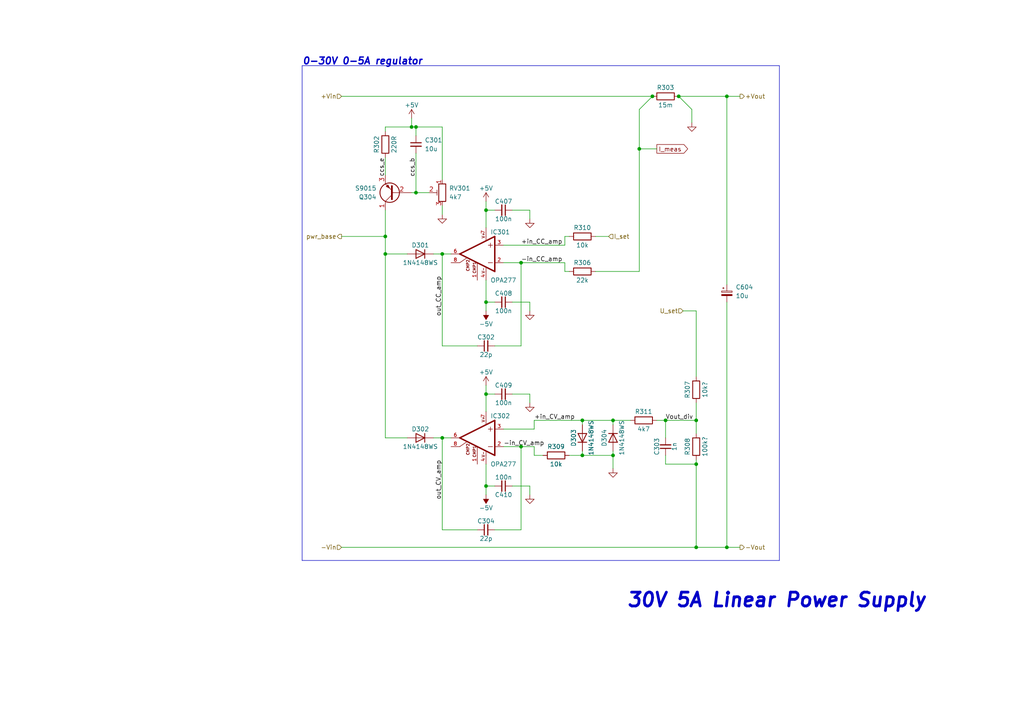
<source format=kicad_sch>
(kicad_sch (version 20231120) (generator "eeschema") (generator_version "8.0")
  (paper "A4")
  (lib_symbols
    (symbol "Device:C_Polarized_Small" (pin_numbers hide) (pin_names (offset 0.254) hide)
      (property "Reference" "C" (at 0.254 1.778 0))
      (property "Value" "C_Polarized_Small" (at 0.254 -2.032 0))
      (symbol "C_Polarized_Small_0_1"
        (rectangle (start -1.524 -0.3048) (end 1.524 -0.6858) (fill (type outline)))
        (rectangle (start -1.524 0.6858) (end 1.524 0.3048))
        (polyline (pts (xy -1.27 1.524) (xy -0.762 1.524)))
        (polyline (pts (xy -1.016 1.27) (xy -1.016 1.778)))
      )
      (symbol "C_Polarized_Small_1_1"
        (pin passive line (at 0 2.54 270) (length 1.8542) (name "~") (number "1"))
        (pin passive line (at 0 -2.54 90) (length 1.8542) (name "~") (number "2"))
      )
    )
    (symbol "Device:C_Small" (pin_numbers hide) (pin_names (offset 0.254) hide)
      (property "Reference" "C" (at 0.254 1.778 0))
      (property "Value" "C_Small" (at 0.254 -2.032 0))
      (symbol "C_Small_0_1"
        (polyline (pts (xy -1.524 -0.508) (xy 1.524 -0.508)) (stroke (width 0.3302)))
        (polyline (pts (xy -1.524 0.508) (xy 1.524 0.508)) (stroke (width 0.3048)))
      )
      (symbol "C_Small_1_1"
        (pin passive line (at 0 2.54 270) (length 2.032) (name "~") (number "1"))
        (pin passive line (at 0 -2.54 90) (length 2.032) (name "~") (number "2"))
      )
    )
    (symbol "Device:R" (pin_numbers hide) (pin_names (offset 0))
      (property "Reference" "R" (at 2.032 0 90))
      (property "Value" "R" (at 0 0 90))
      (symbol "R_0_1"
        (rectangle (start -1.016 -2.54) (end 1.016 2.54) (stroke (width 0.254)))
      )
      (symbol "R_1_1"
        (pin passive line (at 0 3.81 270) (length 1.27) (name "~") (number "1"))
        (pin passive line (at 0 -3.81 90) (length 1.27) (name "~") (number "2"))
      )
    )
    (symbol "Device:R_Potentiometer_Trim" (pin_names (offset 1.016) hide)
      (property "Reference" "RV" (at -4.445 0 90))
      (property "Value" "R_Potentiometer_Trim" (at -2.54 0 90))
      (symbol "R_Potentiometer_Trim_0_1"
        (polyline (pts (xy 1.524 0.762) (xy 1.524 -0.762)))
        (polyline (pts (xy 2.54 0) (xy 1.524 0)))
        (rectangle (start 1.016 2.54) (end -1.016 -2.54) (stroke (width 0.254)))
      )
      (symbol "R_Potentiometer_Trim_1_1"
        (pin passive line (at 0 3.81 270) (length 1.27) (name "1") (number "1"))
        (pin passive line (at 3.81 0 180) (length 1.27) (name "2") (number "2"))
        (pin passive line (at 0 -3.81 90) (length 1.27) (name "3") (number "3"))
      )
    )
    (symbol "Diode:1N4148WS" (pin_numbers hide) (pin_names hide)
      (property "Reference" "D" (at 0 2.54 0))
      (property "Value" "1N4148WS" (at 0 -2.54 0))
      (symbol "1N4148WS_0_1"
        (polyline (pts (xy -1.27 1.27) (xy -1.27 -1.27)) (stroke (width 0.254)))
        (polyline (pts (xy 1.27 0) (xy -1.27 0)))
        (polyline (pts (xy 1.27 1.27) (xy 1.27 -1.27) (xy -1.27 0) (xy 1.27 1.27)) (stroke (width 0.254)))
      )
      (symbol "1N4148WS_1_1"
        (pin passive line (at -3.81 0 0) (length 2.54) (name "K") (number "1"))
        (pin passive line (at 3.81 0 180) (length 2.54) (name "A") (number "2"))
      )
    )
    (symbol "OPA277:OPA277" (pin_names (offset 1.016))
      (property "Reference" "IC" (at 2.54 3.175 0))
      (property "Value" "OPA277" (at 2.54 -7.62 0))
      (symbol "OPA277_0_0"
        (polyline (pts (xy -5.08 -5.08) (xy 5.08 0)) (stroke (width 0.4064)))
        (polyline (pts (xy -5.08 5.08) (xy -5.08 -5.08)) (stroke (width 0.4064)))
        (polyline (pts (xy -4.445 -2.54) (xy -3.175 -2.54)) (stroke (width 0.1524)))
        (polyline (pts (xy -4.445 2.54) (xy -3.175 2.54)) (stroke (width 0.1524)))
        (polyline (pts (xy -3.81 3.175) (xy -3.81 1.905)) (stroke (width 0.1524)))
        (polyline (pts (xy -2.54 -3.8862) (xy -2.54 -5.08)) (stroke (width 0.1524)))
        (polyline (pts (xy -2.54 5.08) (xy -2.54 3.8862)) (stroke (width 0.1524)))
        (polyline (pts (xy 0 -2.6162) (xy 0 -5.08)) (stroke (width 0.1524)))
        (polyline (pts (xy 5.08 -2.54) (xy 3.0226 -1.1176)) (stroke (width 0.1524)))
        (polyline (pts (xy 5.08 0) (xy -5.08 5.08)) (stroke (width 0.4064)))
        (text "CMP1" (at 1.27 -5.715 900) (effects (font (size 0.8128 0.8128)) (justify left bottom)))
        (text "CMP2" (at 3.175 -5.08 900) (effects (font (size 0.8128 0.8128)) (justify left bottom)))
        (text "V+" (at -1.27 4.445 900) (effects (font (size 0.8128 0.8128)) (justify left bottom)))
        (text "V-" (at -1.27 -5.715 900) (effects (font (size 0.8128 0.8128)) (justify left bottom)))
        (pin passive line (at 0 -7.62 90) (length 2.54) (name "~") (number "1"))
        (pin input line (at -7.62 -2.54 0) (length 2.54) (name "~") (number "2"))
        (pin input line (at -7.62 2.54 0) (length 2.54) (name "~") (number "3"))
        (pin power_in line (at -2.54 -7.62 90) (length 2.54) (name "~") (number "4"))
        (pin output line (at 7.62 0 180) (length 2.54) (name "~") (number "6"))
        (pin power_in line (at -2.54 7.62 270) (length 2.54) (name "~") (number "7"))
        (pin passive line (at 7.62 -2.54 180) (length 2.54) (name "~") (number "8"))
      )
    )
    (symbol "Transistor_BJT:BC557" (pin_names (offset 0) hide)
      (property "Reference" "Q" (at 5.08 1.905 0))
      (property "Value" "BC557" (at 5.08 0 0))
      (symbol "BC557_0_1"
        (polyline (pts (xy 0.635 0.635) (xy 2.54 2.54)))
        (polyline (pts (xy 0.635 -0.635) (xy 2.54 -2.54) (xy 2.54 -2.54)))
        (polyline (pts (xy 0.635 1.905) (xy 0.635 -1.905) (xy 0.635 -1.905)) (stroke (width 0.508)))
        (polyline (pts (xy 2.286 -1.778) (xy 1.778 -2.286) (xy 1.27 -1.27) (xy 2.286 -1.778) (xy 2.286 -1.778)) (fill (type outline)))
        (circle (center 1.27 0) (radius 2.8194) (stroke (width 0.254)))
      )
      (symbol "BC557_1_1"
        (pin passive line (at 2.54 5.08 270) (length 2.54) (name "C") (number "1"))
        (pin input line (at -5.08 0 0) (length 5.715) (name "B") (number "2"))
        (pin passive line (at 2.54 -5.08 90) (length 2.54) (name "E") (number "3"))
      )
    )
    (symbol "power:+5V" (power) (pin_names (offset 0))
      (property "Value" "+5V" (at 0 3.556 0))
      (symbol "+5V_0_1"
        (polyline (pts (xy -0.762 1.27) (xy 0 2.54)))
        (polyline (pts (xy 0 0) (xy 0 2.54)))
        (polyline (pts (xy 0 2.54) (xy 0.762 1.27)))
      )
      (symbol "+5V_1_1"
        (pin power_in line (at 0 0 90) (length 0) hide (name "+5V") (number "1"))
      )
    )
    (symbol "power:-5V" (power) (pin_names (offset 0))
      (property "Value" "-5V" (at 0 3.81 0))
      (symbol "-5V_0_0"
        (pin power_in line (at 0 0 90) (length 0) hide (name "-5V") (number "1"))
      )
      (symbol "-5V_0_1"
        (polyline (pts (xy 0 0) (xy 0 1.27) (xy 0.762 1.27) (xy 0 2.54) (xy -0.762 1.27) (xy 0 1.27)) (fill (type outline)))
      )
    )
    (symbol "power:GND" (power) (pin_names (offset 0))
      (property "Value" "GND" (at 0 -3.81 0))
      (symbol "GND_0_1"
        (polyline (pts (xy 0 0) (xy 0 -1.27) (xy 1.27 -1.27) (xy 0 -2.54) (xy -1.27 -1.27) (xy 0 -1.27)))
      )
      (symbol "GND_1_1"
        (pin power_in line (at 0 0 270) (length 0) hide (name "GND") (number "1"))
      )
    )
  )
  (junction (at 120.65 55.88))
  (junction (at 151.13 129.54))
  (junction (at 189.23 27.94))
  (junction (at 128.27 127))
  (junction (at 120.65 36.83))
  (junction (at 128.27 73.66))
  (junction (at 140.97 140.97))
  (junction (at 196.85 27.94))
  (junction (at 151.13 76.2))
  (junction (at 111.76 68.58))
  (junction (at 185.42 43.18))
  (junction (at 140.97 114.3))
  (junction (at 201.93 121.92))
  (junction (at 177.8 132.08))
  (junction (at 168.91 132.08))
  (junction (at 210.82 158.75))
  (junction (at 210.82 27.94))
  (junction (at 111.76 73.66))
  (junction (at 119.38 36.83))
  (junction (at 201.93 158.75))
  (junction (at 168.91 121.92))
  (junction (at 140.97 60.96))
  (junction (at 177.8 121.92))
  (junction (at 201.93 134.62))
  (junction (at 193.04 121.92))
  (junction (at 140.97 87.63))
  (wire (pts (xy 120.65 55.88) (xy 124.46 55.88)))
  (wire (pts (xy 172.72 78.74) (xy 185.42 78.74)))
  (wire (pts (xy 151.13 76.2) (xy 163.83 76.2)))
  (wire (pts (xy 210.82 87.63) (xy 210.82 158.75)))
  (wire (pts (xy 185.42 31.75) (xy 185.42 43.18)))
  (wire (pts (xy 153.67 87.63) (xy 153.67 90.17)))
  (wire (pts (xy 140.97 58.42) (xy 140.97 60.96)))
  (wire (pts (xy 111.76 45.72) (xy 111.76 50.8)))
  (wire (pts (xy 172.72 68.58) (xy 176.53 68.58)))
  (wire (pts (xy 177.8 121.92) (xy 177.8 123.19)))
  (wire (pts (xy 154.94 124.46) (xy 154.94 121.92)))
  (wire (pts (xy 151.13 76.2) (xy 146.05 76.2)))
  (wire (pts (xy 168.91 121.92) (xy 177.8 121.92)))
  (wire (pts (xy 138.43 100.33) (xy 128.27 100.33)))
  (wire (pts (xy 201.93 133.35) (xy 201.93 134.62)))
  (wire (pts (xy 190.5 121.92) (xy 193.04 121.92)))
  (wire (pts (xy 210.82 82.55) (xy 210.82 27.94)))
  (wire (pts (xy 138.43 153.67) (xy 128.27 153.67)))
  (wire (pts (xy 140.97 140.97) (xy 143.51 140.97)))
  (wire (pts (xy 177.8 132.08) (xy 177.8 135.89)))
  (wire (pts (xy 193.04 121.92) (xy 193.04 127)))
  (wire (pts (xy 120.65 36.83) (xy 128.27 36.83)))
  (wire (pts (xy 140.97 81.28) (xy 140.97 87.63)))
  (wire (pts (xy 168.91 130.81) (xy 168.91 132.08)))
  (wire (pts (xy 201.93 116.84) (xy 201.93 121.92)))
  (wire (pts (xy 154.94 132.08) (xy 157.48 132.08)))
  (wire (pts (xy 168.91 121.92) (xy 168.91 123.19)))
  (wire (pts (xy 153.67 60.96) (xy 153.67 63.5)))
  (wire (pts (xy 154.94 121.92) (xy 168.91 121.92)))
  (wire (pts (xy 146.05 129.54) (xy 151.13 129.54)))
  (wire (pts (xy 119.38 34.29) (xy 119.38 36.83)))
  (wire (pts (xy 193.04 121.92) (xy 201.93 121.92)))
  (wire (pts (xy 210.82 158.75) (xy 201.93 158.75)))
  (wire (pts (xy 111.76 60.96) (xy 111.76 68.58)))
  (wire (pts (xy 165.1 68.58) (xy 163.83 68.58)))
  (wire (pts (xy 165.1 132.08) (xy 168.91 132.08)))
  (wire (pts (xy 125.73 127) (xy 128.27 127)))
  (wire (pts (xy 151.13 129.54) (xy 151.13 153.67)))
  (wire (pts (xy 201.93 121.92) (xy 201.93 125.73)))
  (polyline (pts (xy 87.63 162.56) (xy 226.06 162.56)))
  (wire (pts (xy 128.27 62.23) (xy 128.27 59.69)))
  (wire (pts (xy 125.73 73.66) (xy 128.27 73.66)))
  (wire (pts (xy 119.38 55.88) (xy 120.65 55.88)))
  (wire (pts (xy 128.27 36.83) (xy 128.27 52.07)))
  (wire (pts (xy 163.83 68.58) (xy 163.83 71.12)))
  (wire (pts (xy 111.76 38.1) (xy 111.76 36.83)))
  (wire (pts (xy 99.06 68.58) (xy 111.76 68.58)))
  (wire (pts (xy 165.1 78.74) (xy 163.83 78.74)))
  (wire (pts (xy 148.59 140.97) (xy 153.67 140.97)))
  (wire (pts (xy 198.12 90.17) (xy 201.93 90.17)))
  (wire (pts (xy 128.27 73.66) (xy 130.81 73.66)))
  (wire (pts (xy 140.97 87.63) (xy 140.97 90.17)))
  (wire (pts (xy 111.76 73.66) (xy 118.11 73.66)))
  (wire (pts (xy 140.97 60.96) (xy 143.51 60.96)))
  (wire (pts (xy 163.83 78.74) (xy 163.83 76.2)))
  (wire (pts (xy 120.65 44.45) (xy 120.65 55.88)))
  (wire (pts (xy 201.93 90.17) (xy 201.93 109.22)))
  (wire (pts (xy 111.76 127) (xy 118.11 127)))
  (wire (pts (xy 151.13 129.54) (xy 154.94 129.54)))
  (wire (pts (xy 140.97 114.3) (xy 143.51 114.3)))
  (wire (pts (xy 168.91 132.08) (xy 177.8 132.08)))
  (wire (pts (xy 111.76 73.66) (xy 111.76 127)))
  (wire (pts (xy 153.67 114.3) (xy 153.67 116.84)))
  (wire (pts (xy 151.13 100.33) (xy 151.13 76.2)))
  (wire (pts (xy 154.94 129.54) (xy 154.94 132.08)))
  (wire (pts (xy 128.27 127) (xy 130.81 127)))
  (wire (pts (xy 143.51 153.67) (xy 151.13 153.67)))
  (wire (pts (xy 214.63 158.75) (xy 210.82 158.75)))
  (wire (pts (xy 193.04 132.08) (xy 193.04 134.62)))
  (polyline (pts (xy 226.06 162.56) (xy 226.06 19.05)))
  (wire (pts (xy 140.97 134.62) (xy 140.97 140.97)))
  (wire (pts (xy 185.42 43.18) (xy 185.42 78.74)))
  (wire (pts (xy 196.85 27.94) (xy 200.66 31.75)))
  (wire (pts (xy 140.97 87.63) (xy 143.51 87.63)))
  (wire (pts (xy 177.8 130.81) (xy 177.8 132.08)))
  (wire (pts (xy 111.76 36.83) (xy 119.38 36.83)))
  (wire (pts (xy 140.97 140.97) (xy 140.97 143.51)))
  (wire (pts (xy 201.93 158.75) (xy 99.06 158.75)))
  (wire (pts (xy 177.8 121.92) (xy 182.88 121.92)))
  (wire (pts (xy 201.93 134.62) (xy 201.93 158.75)))
  (wire (pts (xy 148.59 60.96) (xy 153.67 60.96)))
  (polyline (pts (xy 226.06 19.05) (xy 87.63 19.05)))
  (wire (pts (xy 140.97 111.76) (xy 140.97 114.3)))
  (wire (pts (xy 148.59 114.3) (xy 153.67 114.3)))
  (wire (pts (xy 128.27 100.33) (xy 128.27 73.66)))
  (polyline (pts (xy 87.63 19.05) (xy 87.63 162.56)))
  (wire (pts (xy 99.06 27.94) (xy 189.23 27.94)))
  (wire (pts (xy 146.05 124.46) (xy 154.94 124.46)))
  (wire (pts (xy 153.67 140.97) (xy 153.67 143.51)))
  (wire (pts (xy 119.38 36.83) (xy 120.65 36.83)))
  (wire (pts (xy 111.76 68.58) (xy 111.76 73.66)))
  (wire (pts (xy 193.04 134.62) (xy 201.93 134.62)))
  (wire (pts (xy 140.97 114.3) (xy 140.97 119.38)))
  (wire (pts (xy 210.82 27.94) (xy 214.63 27.94)))
  (wire (pts (xy 120.65 36.83) (xy 120.65 39.37)))
  (wire (pts (xy 200.66 31.75) (xy 200.66 35.56)))
  (wire (pts (xy 143.51 100.33) (xy 151.13 100.33)))
  (wire (pts (xy 189.23 27.94) (xy 185.42 31.75)))
  (wire (pts (xy 146.05 71.12) (xy 163.83 71.12)))
  (wire (pts (xy 185.42 43.18) (xy 190.5 43.18)))
  (wire (pts (xy 148.59 87.63) (xy 153.67 87.63)))
  (wire (pts (xy 140.97 60.96) (xy 140.97 66.04)))
  (wire (pts (xy 196.85 27.94) (xy 210.82 27.94)))
  (wire (pts (xy 128.27 153.67) (xy 128.27 127)))
  (text "0-30V 0-5A regulator" (at 87.63 19.05 0) (effects (font (size 2 2) (bold yes) (italic yes)) (justify left bottom)))
  (text "30V 5A Linear Power Supply" (at 181.61 176.53 0) (effects (font (size 4 4) (thickness 0.8) (bold yes) (italic yes)) (justify left bottom)))
  (label "ccs_e" (at 111.76 45.72 270))
  (label "ccs_b" (at 120.65 45.72 270))
  (label "out_CV_amp" (at 128.27 133.35 270))
  (label "-in_CC_amp" (at 151.13 76.2 0))
  (label "out_CC_amp" (at 128.27 80.01 270))
  (label "+in_CV_amp" (at 154.94 121.92 0))
  (label "-in_CV_amp" (at 146.05 129.54 0))
  (label "Vout_div" (at 193.04 121.92 0))
  (label "+in_CC_amp" (at 151.13 71.12 0))
  (global_label "I_meas" (shape output) (at 190.5 43.18 0) (property "Intersheetrefs" "${INTERSHEET_REFS}" (effects (hide yes))))
  (hierarchical_label "U_set" (shape input) (at 198.12 90.17 180))
  (hierarchical_label "-Vout" (shape output) (at 214.63 158.75 0))
  (hierarchical_label "-Vin" (shape input) (at 99.06 158.75 180))
  (hierarchical_label "pwr_base" (shape output) (at 99.06 68.58 180))
  (hierarchical_label "+Vin" (shape input) (at 99.06 27.94 180))
  (hierarchical_label "+Vout" (shape output) (at 214.63 27.94 0))
  (hierarchical_label "I_set" (shape input) (at 176.53 68.58 0))
  (symbol (lib_id "Device:R_Potentiometer_Trim") (at 128.27 55.88 0) (mirror y) (unit 1)
    (property "Reference" "RV301" (at 133.35 54.61 0))
    (property "Value" "4k7" (at 132.08 57.15 0))
    (property "Footprint" "Potentiometer_THT:Potentiometer_Piher_PT-6-V_Vertical" (effects (hide yes)))
    (instances (project "main_regulator" (path "" (reference "RV301") (unit 1))) (project "pcb_controller" (path "" (reference "RV400") (unit 1))))
  )
  (symbol (lib_id "Device:R") (at 168.91 68.58 270) (unit 1)
    (property "Reference" "R310" (at 168.91 66.04 90))
    (property "Value" "10k" (at 168.91 71.12 90))
    (property "Footprint" "Resistor_SMD:R_0603_1608Metric" (effects (hide yes)))
    (instances (project "main_regulator" (path "" (reference "R310") (unit 1))) (project "pcb_controller" (path "" (reference "R402") (unit 1))))
  )
  (symbol (lib_id "Device:R") (at 201.93 129.54 0) (unit 1)
    (property "Reference" "R308" (at 199.39 129.54 90))
    (property "Value" "100k?" (at 204.47 129.54 90))
    (property "Footprint" "Resistor_SMD:R_0603_1608Metric" (effects (hide yes)))
    (instances (project "main_regulator" (path "" (reference "R308") (unit 1))) (project "pcb_controller" (path "" (reference "R407") (unit 1))))
  )
  (symbol (lib_id "Device:C_Polarized_Small") (at 210.82 85.09 0) (unit 1)
    (property "Reference" "C604" (at 213.36 83.2738 0) (effects (justify left)))
    (property "Value" "10u" (at 213.36 85.8138 0) (effects (justify left)))
    (property "Footprint" "Capacitor_THT:CP_Radial_D5.0mm_P2.00mm" (effects (hide yes)))
    (property "Description" "Electrolytic capacitor" (effects (hide yes)))
    (property "Voltage rating" "50V" (effects (hide yes)))
  )
  (symbol (lib_id "Device:C_Small") (at 146.05 140.97 270) (unit 1)
    (property "Reference" "C410" (at 146.05 143.51 90))
    (property "Value" "100n" (at 146.05 138.43 90))
    (property "Footprint" "Capacitor_SMD:C_0603_1608Metric" (effects (hide yes)))
    (instances (project "pcb_controller" (path "" (reference "C410") (unit 1))) (project "mcu" (path "" (reference "C405") (unit 1))))
  )
  (symbol (lib_id "power:+5V") (at 140.97 58.42 0) (unit 1)
    (property "Reference" "#PWR0305" (effects (hide yes)))
    (property "Value" "+5V" (at 140.97 54.61 0))
    (instances (project "main_regulator" (path "" (reference "#PWR0305") (unit 1))) (project "pcb_controller" (path "" (reference "#PWR0402") (unit 1))))
  )
  (symbol (lib_id "OPA277:OPA277") (at 138.43 127 0) (mirror y) (unit 1)
    (property "Reference" "IC302" (at 142.24 120.65 0) (effects (justify right)))
    (property "Value" "OPA277" (at 142.24 134.62 0) (effects (justify right)))
    (property "Footprint" "OPA277:SO08" (effects (hide yes)))
    (property "Description" "Op Amp Single Low Offset Voltage Amplifier ±18V 8-Pin" (effects (hide yes)))
    (property "MF" "Texas Instruments" (effects (hide yes)))
    (property "MP" "OPA277" (effects (hide yes)))
    (instances (project "main_regulator" (path "" (reference "IC302") (unit 1))) (project "pcb_controller" (path "" (reference "IC401") (unit 1))))
  )
  (symbol (lib_id "Diode:1N4148WS") (at 121.92 127 180) (unit 1)
    (property "Reference" "D302" (at 121.92 124.46 0))
    (property "Value" "1N4148WS" (at 121.92 129.54 0))
    (property "Footprint" "Diode_SMD:D_SOD-323" (effects (hide yes)))
    (property "Datasheet" "https://www.vishay.com/docs/85751/1n4148ws.pdf" (effects (hide yes)))
    (instances (project "main_regulator" (path "" (reference "D302") (unit 1))) (project "pcb_controller" (path "" (reference "D401") (unit 1))))
  )
  (symbol (lib_id "Device:C_Small") (at 120.65 41.91 0) (unit 1)
    (property "Reference" "C301" (at 123.19 40.6462 0) (effects (justify left)))
    (property "Value" "10u" (at 123.19 43.1862 0) (effects (justify left)))
    (property "Footprint" "Resistor_SMD:R_0603_1608Metric" (effects (hide yes)))
    (instances (project "main_regulator" (path "" (reference "C301") (unit 1))) (project "pcb_controller" (path "" (reference "C400") (unit 1))))
  )
  (symbol (lib_id "power:GND") (at 153.67 63.5 0) (unit 1)
    (property "Reference" "#PWR0415" (effects (hide yes)))
    (property "Value" "GND" (effects (hide yes)))
    (instances (project "pcb_controller" (path "" (reference "#PWR0415") (unit 1))) (project "mcu" (path "" (reference "#PWR0422") (unit 1))))
  )
  (symbol (lib_id "Transistor_BJT:BC557") (at 114.3 55.88 180) (unit 1)
    (property "Reference" "Q304" (at 109.22 57.1501 0) (effects (justify left)))
    (property "Value" "S9015" (at 109.22 54.6101 0) (effects (justify left)))
    (property "Footprint" "Package_TO_SOT_SMD:SOT-23" (effects (hide yes)))
    (property "Datasheet" "https://datasheet.lcsc.com/lcsc/1809211021_Jiangsu-Changjing-Electronics-Technology-Co---Ltd--S9015_C2149.pdf" (effects (hide yes)))
    (property "Description" "PNP, V_CEO -45V, I_C -100mA" (effects (hide yes)))
    (instances (project "main_regulator" (path "" (reference "Q304") (unit 1))) (project "pcb_controller" (path "" (reference "Q400") (unit 1))))
  )
  (symbol (lib_id "Device:C_Small") (at 146.05 114.3 90) (unit 1)
    (property "Reference" "C409" (at 146.05 111.76 90))
    (property "Value" "100n" (at 146.05 116.84 90))
    (property "Footprint" "Capacitor_SMD:C_0603_1608Metric" (effects (hide yes)))
    (instances (project "pcb_controller" (path "" (reference "C409") (unit 1))) (project "mcu" (path "" (reference "C404") (unit 1))))
  )
  (symbol (lib_id "power:+5V") (at 119.38 34.29 0) (unit 1)
    (property "Reference" "#PWR0302" (effects (hide yes)))
    (property "Value" "+5V" (at 119.38 30.48 0))
    (instances (project "main_regulator" (path "" (reference "#PWR0302") (unit 1))) (project "pcb_controller" (path "" (reference "#PWR0400") (unit 1))))
  )
  (symbol (lib_id "Device:C_Small") (at 146.05 60.96 270) (unit 1)
    (property "Reference" "C407" (at 146.05 58.42 90))
    (property "Value" "100n" (at 146.05 63.5 90))
    (property "Footprint" "Capacitor_SMD:C_0603_1608Metric" (effects (hide yes)))
    (instances (project "pcb_controller" (path "" (reference "C407") (unit 1))) (project "mcu" (path "" (reference "C404") (unit 1))))
  )
  (symbol (lib_id "Device:R") (at 186.69 121.92 270) (unit 1)
    (property "Reference" "R311" (at 186.69 119.38 90))
    (property "Value" "4k7" (at 186.69 124.46 90))
    (property "Footprint" "Resistor_SMD:R_0603_1608Metric" (effects (hide yes)))
    (instances (project "main_regulator" (path "" (reference "R311") (unit 1))) (project "pcb_controller" (path "" (reference "R404") (unit 1))))
  )
  (symbol (lib_id "power:GND") (at 128.27 62.23 0) (unit 1)
    (property "Reference" "#PWR0304" (effects (hide yes)))
    (property "Value" "GND" (effects (hide yes)))
    (instances (project "main_regulator" (path "" (reference "#PWR0304") (unit 1))) (project "pcb_controller" (path "" (reference "#PWR0401") (unit 1))))
  )
  (symbol (lib_id "Device:C_Small") (at 193.04 129.54 180) (unit 1)
    (property "Reference" "C303" (at 190.5 129.54 90))
    (property "Value" "1n" (at 195.58 129.54 90))
    (property "Footprint" "Capacitor_SMD:C_0603_1608Metric" (effects (hide yes)))
    (instances (project "main_regulator" (path "" (reference "C303") (unit 1))) (project "pcb_controller" (path "" (reference "C403") (unit 1))))
  )
  (symbol (lib_id "Device:R") (at 193.04 27.94 90) (unit 1)
    (property "Reference" "R303" (at 193.04 25.4 90))
    (property "Value" "15m" (at 193.04 30.48 90))
    (property "Footprint" "Resistor_SMD:R_2512_6332Metric" (effects (hide yes)))
    (property "Datasheet" "https://www.tme.eu/Document/e533e0790fbee92176cef9c240f9080f/LRP%20REV.A3-160715.pdf" (effects (hide yes)))
    (property "MPN" "LRP12FTDRR015" (effects (hide yes)))
    (property "TCR" "50ppm/C" (effects (hide yes)))
    (property "Tolerance" "1%" (effects (hide yes)))
    (property "Power rating" "3W" (effects (hide yes)))
    (instances (project "main_regulator" (path "" (reference "R303") (unit 1))) (project "pcb_controller" (path "" (reference "R405") (unit 1))))
  )
  (symbol (lib_id "Device:R") (at 161.29 132.08 270) (unit 1)
    (property "Reference" "R309" (at 161.29 129.54 90))
    (property "Value" "10k" (at 161.29 134.62 90))
    (property "Footprint" "Resistor_SMD:R_0603_1608Metric" (effects (hide yes)))
    (instances (project "main_regulator" (path "" (reference "R309") (unit 1))) (project "pcb_controller" (path "" (reference "R401") (unit 1))))
  )
  (symbol (lib_id "power:GND") (at 153.67 90.17 0) (unit 1)
    (property "Reference" "#PWR0609" (effects (hide yes)))
    (property "Value" "GND" (effects (hide yes)))
  )
  (symbol (lib_id "Diode:1N4148WS") (at 177.8 127 270) (unit 1)
    (property "Reference" "D304" (at 175.26 127 0))
    (property "Value" "1N4148WS" (at 180.34 127 0))
    (property "Footprint" "Diode_SMD:D_SOD-323" (effects (hide yes)))
    (property "Datasheet" "https://www.vishay.com/docs/85751/1n4148ws.pdf" (effects (hide yes)))
    (instances (project "main_regulator" (path "" (reference "D304") (unit 1))) (project "pcb_controller" (path "" (reference "D403") (unit 1))))
  )
  (symbol (lib_id "Device:R") (at 201.93 113.03 0) (unit 1)
    (property "Reference" "R307" (at 199.39 113.03 90))
    (property "Value" "10k?" (at 204.47 113.03 90))
    (property "Footprint" "Resistor_SMD:R_0603_1608Metric" (effects (hide yes)))
    (instances (project "main_regulator" (path "" (reference "R307") (unit 1))) (project "pcb_controller" (path "" (reference "R406") (unit 1))))
  )
  (symbol (lib_id "power:GND") (at 200.66 35.56 0) (unit 1)
    (property "Reference" "#PWR0304" (effects (hide yes)))
    (property "Value" "GND" (effects (hide yes)))
    (instances (project "main_regulator" (path "" (reference "#PWR0304") (unit 1))) (project "pcb_controller" (path "" (reference "#PWR0409") (unit 1))))
  )
  (symbol (lib_id "Device:C_Small") (at 140.97 100.33 90) (unit 1)
    (property "Reference" "C302" (at 140.97 97.79 90))
    (property "Value" "22p" (at 140.97 102.87 90))
    (property "Footprint" "Capacitor_SMD:C_0603_1608Metric" (effects (hide yes)))
    (instances (project "main_regulator" (path "" (reference "C302") (unit 1))) (project "pcb_controller" (path "" (reference "C401") (unit 1))))
  )
  (symbol (lib_id "power:-5V") (at 140.97 143.51 180) (unit 1)
    (property "Reference" "#PWR0310" (effects (hide yes)))
    (property "Value" "-5V" (at 140.97 147.32 0))
    (instances (project "main_regulator" (path "" (reference "#PWR0310") (unit 1))) (project "pcb_controller" (path "" (reference "#PWR0405") (unit 1))))
  )
  (symbol (lib_id "Device:C_Small") (at 140.97 153.67 90) (unit 1)
    (property "Reference" "C304" (at 140.97 151.13 90))
    (property "Value" "22p" (at 140.97 156.21 90))
    (property "Footprint" "Capacitor_SMD:C_0603_1608Metric" (effects (hide yes)))
    (instances (project "main_regulator" (path "" (reference "C304") (unit 1))) (project "pcb_controller" (path "" (reference "C402") (unit 1))))
  )
  (symbol (lib_id "Device:C_Small") (at 146.05 87.63 270) (unit 1)
    (property "Reference" "C408" (at 146.05 85.09 90))
    (property "Value" "100n" (at 146.05 90.17 90))
    (property "Footprint" "Capacitor_SMD:C_0603_1608Metric" (effects (hide yes)))
    (instances (project "pcb_controller" (path "" (reference "C408") (unit 1))) (project "mcu" (path "" (reference "C405") (unit 1))))
  )
  (symbol (lib_id "power:GND") (at 153.67 116.84 0) (unit 1)
    (property "Reference" "#PWR0610" (effects (hide yes)))
    (property "Value" "GND" (effects (hide yes)))
  )
  (symbol (lib_id "Device:R") (at 111.76 41.91 180) (unit 1)
    (property "Reference" "R302" (at 109.22 41.91 90))
    (property "Value" "220R" (at 114.3 41.91 90))
    (property "Footprint" "Resistor_SMD:R_0603_1608Metric" (effects (hide yes)))
    (instances (project "main_regulator" (path "" (reference "R302") (unit 1))) (project "pcb_controller" (path "" (reference "R400") (unit 1))))
  )
  (symbol (lib_id "power:+5V") (at 140.97 111.76 0) (unit 1)
    (property "Reference" "#PWR0307" (effects (hide yes)))
    (property "Value" "+5V" (at 140.97 107.95 0))
    (instances (project "main_regulator" (path "" (reference "#PWR0307") (unit 1))) (project "pcb_controller" (path "" (reference "#PWR0404") (unit 1))))
  )
  (symbol (lib_id "Diode:1N4148WS") (at 168.91 127 90) (unit 1)
    (property "Reference" "D303" (at 166.37 127 0))
    (property "Value" "1N4148WS" (at 171.45 127 0))
    (property "Footprint" "Diode_SMD:D_SOD-323" (effects (hide yes)))
    (property "Datasheet" "https://www.vishay.com/docs/85751/1n4148ws.pdf" (effects (hide yes)))
    (instances (project "main_regulator" (path "" (reference "D303") (unit 1))) (project "pcb_controller" (path "" (reference "D402") (unit 1))))
  )
  (symbol (lib_id "power:GND") (at 153.67 143.51 0) (unit 1)
    (property "Reference" "#PWR0611" (effects (hide yes)))
    (property "Value" "GND" (effects (hide yes)))
  )
  (symbol (lib_id "OPA277:OPA277") (at 138.43 73.66 0) (mirror y) (unit 1)
    (property "Reference" "IC301" (at 142.24 67.31 0) (effects (justify right)))
    (property "Value" "OPA277" (at 142.24 81.28 0) (effects (justify right)))
    (property "Footprint" "OPA277:SO08" (effects (hide yes)))
    (property "Description" "Op Amp Single Low Offset Voltage Amplifier ±18V 8-Pin" (effects (hide yes)))
    (property "MF" "Texas Instruments" (effects (hide yes)))
    (property "MP" "OPA277" (effects (hide yes)))
    (instances (project "main_regulator" (path "" (reference "IC301") (unit 1))) (project "pcb_controller" (path "" (reference "IC400") (unit 1))))
  )
  (symbol (lib_id "Device:R") (at 168.91 78.74 270) (unit 1)
    (property "Reference" "R306" (at 168.91 76.2 90))
    (property "Value" "22k" (at 168.91 81.28 90))
    (property "Footprint" "Resistor_SMD:R_0603_1608Metric" (effects (hide yes)))
    (instances (project "main_regulator" (path "" (reference "R306") (unit 1))) (project "pcb_controller" (path "" (reference "R403") (unit 1))))
  )
  (symbol (lib_id "power:-5V") (at 140.97 90.17 180) (unit 1)
    (property "Reference" "#PWR0306" (effects (hide yes)))
    (property "Value" "-5V" (at 140.97 93.98 0))
    (instances (project "main_regulator" (path "" (reference "#PWR0306") (unit 1))) (project "pcb_controller" (path "" (reference "#PWR0403") (unit 1))))
  )
  (symbol (lib_id "power:GND") (at 177.8 135.89 0) (unit 1)
    (property "Reference" "#PWR0308" (effects (hide yes)))
    (property "Value" "GND" (effects (hide yes)))
    (instances (project "main_regulator" (path "" (reference "#PWR0308") (unit 1))) (project "pcb_controller" (path "" (reference "#PWR0406") (unit 1))))
  )
  (symbol (lib_id "Diode:1N4148WS") (at 121.92 73.66 180) (unit 1)
    (property "Reference" "D301" (at 121.92 71.12 0))
    (property "Value" "1N4148WS" (at 121.92 76.2 0))
    (property "Footprint" "Diode_SMD:D_SOD-323" (effects (hide yes)))
    (property "Datasheet" "https://www.vishay.com/docs/85751/1n4148ws.pdf" (effects (hide yes)))
    (instances (project "main_regulator" (path "" (reference "D301") (unit 1))) (project "pcb_controller" (path "" (reference "D400") (unit 1))))
  )
)
</source>
